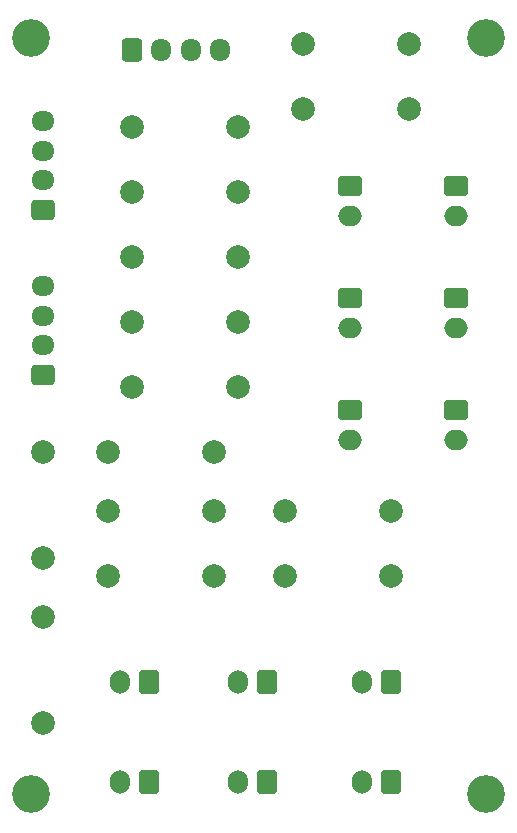
<source format=gbs>
G04 #@! TF.GenerationSoftware,KiCad,Pcbnew,(6.0.7)*
G04 #@! TF.CreationDate,2023-03-09T14:40:03+00:00*
G04 #@! TF.ProjectId,ir_sensor,69725f73-656e-4736-9f72-2e6b69636164,rev?*
G04 #@! TF.SameCoordinates,Original*
G04 #@! TF.FileFunction,Soldermask,Bot*
G04 #@! TF.FilePolarity,Negative*
%FSLAX46Y46*%
G04 Gerber Fmt 4.6, Leading zero omitted, Abs format (unit mm)*
G04 Created by KiCad (PCBNEW (6.0.7)) date 2023-03-09 14:40:03*
%MOMM*%
%LPD*%
G01*
G04 APERTURE LIST*
G04 Aperture macros list*
%AMRoundRect*
0 Rectangle with rounded corners*
0 $1 Rounding radius*
0 $2 $3 $4 $5 $6 $7 $8 $9 X,Y pos of 4 corners*
0 Add a 4 corners polygon primitive as box body*
4,1,4,$2,$3,$4,$5,$6,$7,$8,$9,$2,$3,0*
0 Add four circle primitives for the rounded corners*
1,1,$1+$1,$2,$3*
1,1,$1+$1,$4,$5*
1,1,$1+$1,$6,$7*
1,1,$1+$1,$8,$9*
0 Add four rect primitives between the rounded corners*
20,1,$1+$1,$2,$3,$4,$5,0*
20,1,$1+$1,$4,$5,$6,$7,0*
20,1,$1+$1,$6,$7,$8,$9,0*
20,1,$1+$1,$8,$9,$2,$3,0*%
G04 Aperture macros list end*
%ADD10C,2.000000*%
%ADD11RoundRect,0.250000X-0.750000X0.600000X-0.750000X-0.600000X0.750000X-0.600000X0.750000X0.600000X0*%
%ADD12O,2.000000X1.700000*%
%ADD13O,1.700000X2.000000*%
%ADD14RoundRect,0.250000X0.600000X0.750000X-0.600000X0.750000X-0.600000X-0.750000X0.600000X-0.750000X0*%
%ADD15RoundRect,0.250000X-0.600000X-0.725000X0.600000X-0.725000X0.600000X0.725000X-0.600000X0.725000X0*%
%ADD16O,1.700000X1.950000*%
%ADD17C,3.200000*%
%ADD18RoundRect,0.250000X0.725000X-0.600000X0.725000X0.600000X-0.725000X0.600000X-0.725000X-0.600000X0*%
%ADD19O,1.950000X1.700000*%
G04 APERTURE END LIST*
D10*
X101000000Y-64000000D03*
X92000000Y-64000000D03*
D11*
X112500000Y-60500000D03*
D12*
X112500000Y-63000000D03*
D13*
X93000000Y-83525000D03*
D14*
X95500000Y-83525000D03*
D15*
X94000000Y-30000000D03*
D16*
X96500000Y-30000000D03*
X99000000Y-30000000D03*
X101500000Y-30000000D03*
D10*
X92000000Y-69000000D03*
X101000000Y-69000000D03*
X103000000Y-36500000D03*
X94000000Y-36500000D03*
D17*
X85500000Y-29000000D03*
X124000000Y-93000000D03*
X85500000Y-93000000D03*
X124000000Y-29000000D03*
D18*
X86500000Y-43500000D03*
D19*
X86500000Y-41000000D03*
X86500000Y-38500000D03*
X86500000Y-36000000D03*
D18*
X86500000Y-57500000D03*
D19*
X86500000Y-55000000D03*
X86500000Y-52500000D03*
X86500000Y-50000000D03*
D13*
X103000000Y-83500000D03*
D14*
X105500000Y-83500000D03*
D13*
X93000000Y-92000000D03*
D14*
X95500000Y-92000000D03*
D13*
X103000000Y-92000000D03*
D14*
X105500000Y-92000000D03*
D13*
X113500000Y-92000000D03*
D14*
X116000000Y-92000000D03*
D13*
X113500000Y-83500000D03*
D14*
X116000000Y-83500000D03*
D11*
X112500000Y-41500000D03*
D12*
X112500000Y-44000000D03*
X121500000Y-53500000D03*
D11*
X121500000Y-51000000D03*
X121500000Y-41500000D03*
D12*
X121500000Y-44000000D03*
D11*
X121475000Y-60500000D03*
D12*
X121475000Y-63000000D03*
X112500000Y-53500000D03*
D11*
X112500000Y-51000000D03*
D10*
X86500000Y-87000000D03*
X86500000Y-78000000D03*
X86500000Y-73000000D03*
X86500000Y-64000000D03*
X92000000Y-74500000D03*
X101000000Y-74500000D03*
X107000000Y-69000000D03*
X116000000Y-69000000D03*
X116000000Y-74500000D03*
X107000000Y-74500000D03*
X108500000Y-29500000D03*
X117500000Y-29500000D03*
X108500000Y-35000000D03*
X117500000Y-35000000D03*
X103000000Y-47500000D03*
X94000000Y-47500000D03*
X103000000Y-42000000D03*
X94000000Y-42000000D03*
X103000000Y-58500000D03*
X94000000Y-58500000D03*
X103000000Y-53000000D03*
X94000000Y-53000000D03*
M02*

</source>
